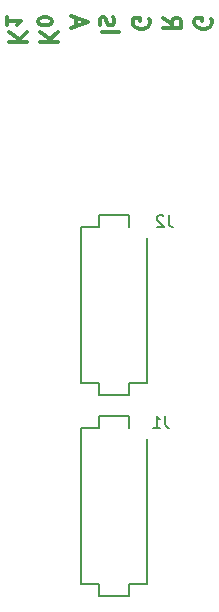
<source format=gbr>
%TF.GenerationSoftware,KiCad,Pcbnew,9.0.3*%
%TF.CreationDate,2025-09-30T16:22:14-04:00*%
%TF.ProjectId,eib-64-cnt-a64,6569622d-3634-42d6-936e-742d6136342e,A*%
%TF.SameCoordinates,Original*%
%TF.FileFunction,Legend,Bot*%
%TF.FilePolarity,Positive*%
%FSLAX46Y46*%
G04 Gerber Fmt 4.6, Leading zero omitted, Abs format (unit mm)*
G04 Created by KiCad (PCBNEW 9.0.3) date 2025-09-30 16:22:14*
%MOMM*%
%LPD*%
G01*
G04 APERTURE LIST*
%ADD10C,0.300000*%
%ADD11C,0.150000*%
%ADD12C,0.200000*%
G04 APERTURE END LIST*
D10*
X140016909Y-79705714D02*
X140088338Y-79848572D01*
X140088338Y-79848572D02*
X140088338Y-80062857D01*
X140088338Y-80062857D02*
X140016909Y-80277143D01*
X140016909Y-80277143D02*
X139874052Y-80420000D01*
X139874052Y-80420000D02*
X139731195Y-80491429D01*
X139731195Y-80491429D02*
X139445481Y-80562857D01*
X139445481Y-80562857D02*
X139231195Y-80562857D01*
X139231195Y-80562857D02*
X138945481Y-80491429D01*
X138945481Y-80491429D02*
X138802624Y-80420000D01*
X138802624Y-80420000D02*
X138659767Y-80277143D01*
X138659767Y-80277143D02*
X138588338Y-80062857D01*
X138588338Y-80062857D02*
X138588338Y-79920000D01*
X138588338Y-79920000D02*
X138659767Y-79705714D01*
X138659767Y-79705714D02*
X138731195Y-79634286D01*
X138731195Y-79634286D02*
X139231195Y-79634286D01*
X139231195Y-79634286D02*
X139231195Y-79920000D01*
X145250242Y-79705714D02*
X145321671Y-79848572D01*
X145321671Y-79848572D02*
X145321671Y-80062857D01*
X145321671Y-80062857D02*
X145250242Y-80277143D01*
X145250242Y-80277143D02*
X145107385Y-80420000D01*
X145107385Y-80420000D02*
X144964528Y-80491429D01*
X144964528Y-80491429D02*
X144678814Y-80562857D01*
X144678814Y-80562857D02*
X144464528Y-80562857D01*
X144464528Y-80562857D02*
X144178814Y-80491429D01*
X144178814Y-80491429D02*
X144035957Y-80420000D01*
X144035957Y-80420000D02*
X143893100Y-80277143D01*
X143893100Y-80277143D02*
X143821671Y-80062857D01*
X143821671Y-80062857D02*
X143821671Y-79920000D01*
X143821671Y-79920000D02*
X143893100Y-79705714D01*
X143893100Y-79705714D02*
X143964528Y-79634286D01*
X143964528Y-79634286D02*
X144464528Y-79634286D01*
X144464528Y-79634286D02*
X144464528Y-79920000D01*
X128121671Y-81664285D02*
X129621671Y-81664285D01*
X128121671Y-80807142D02*
X128978814Y-81449999D01*
X129621671Y-80807142D02*
X128764528Y-81664285D01*
X127955957Y-79607142D02*
X127955957Y-80292856D01*
X127955957Y-79949999D02*
X129155957Y-79949999D01*
X129155957Y-79949999D02*
X128984528Y-80064285D01*
X128984528Y-80064285D02*
X128870242Y-80178570D01*
X128870242Y-80178570D02*
X128813100Y-80292856D01*
X133783575Y-80348571D02*
X133783575Y-79634286D01*
X133355004Y-80491428D02*
X134855004Y-79991428D01*
X134855004Y-79991428D02*
X133355004Y-79491428D01*
X130738338Y-81664285D02*
X132238338Y-81664285D01*
X130738338Y-80807142D02*
X131595481Y-81449999D01*
X132238338Y-80807142D02*
X131381195Y-81664285D01*
X131772624Y-80007142D02*
X131772624Y-79892856D01*
X131772624Y-79892856D02*
X131715481Y-79778570D01*
X131715481Y-79778570D02*
X131658338Y-79721428D01*
X131658338Y-79721428D02*
X131544052Y-79664285D01*
X131544052Y-79664285D02*
X131315481Y-79607142D01*
X131315481Y-79607142D02*
X131029767Y-79607142D01*
X131029767Y-79607142D02*
X130801195Y-79664285D01*
X130801195Y-79664285D02*
X130686909Y-79721428D01*
X130686909Y-79721428D02*
X130629767Y-79778570D01*
X130629767Y-79778570D02*
X130572624Y-79892856D01*
X130572624Y-79892856D02*
X130572624Y-80007142D01*
X130572624Y-80007142D02*
X130629767Y-80121428D01*
X130629767Y-80121428D02*
X130686909Y-80178570D01*
X130686909Y-80178570D02*
X130801195Y-80235713D01*
X130801195Y-80235713D02*
X131029767Y-80292856D01*
X131029767Y-80292856D02*
X131315481Y-80292856D01*
X131315481Y-80292856D02*
X131544052Y-80235713D01*
X131544052Y-80235713D02*
X131658338Y-80178570D01*
X131658338Y-80178570D02*
X131715481Y-80121428D01*
X131715481Y-80121428D02*
X131772624Y-80007142D01*
X141205004Y-79634286D02*
X141919290Y-80134286D01*
X141205004Y-80491429D02*
X142705004Y-80491429D01*
X142705004Y-80491429D02*
X142705004Y-79920000D01*
X142705004Y-79920000D02*
X142633575Y-79777143D01*
X142633575Y-79777143D02*
X142562147Y-79705714D01*
X142562147Y-79705714D02*
X142419290Y-79634286D01*
X142419290Y-79634286D02*
X142205004Y-79634286D01*
X142205004Y-79634286D02*
X142062147Y-79705714D01*
X142062147Y-79705714D02*
X141990718Y-79777143D01*
X141990718Y-79777143D02*
X141919290Y-79920000D01*
X141919290Y-79920000D02*
X141919290Y-80491429D01*
X135971671Y-80878571D02*
X137471671Y-80878571D01*
X135863100Y-80292856D02*
X135805957Y-80121428D01*
X135805957Y-80121428D02*
X135805957Y-79835713D01*
X135805957Y-79835713D02*
X135863100Y-79721428D01*
X135863100Y-79721428D02*
X135920242Y-79664285D01*
X135920242Y-79664285D02*
X136034528Y-79607142D01*
X136034528Y-79607142D02*
X136148814Y-79607142D01*
X136148814Y-79607142D02*
X136263100Y-79664285D01*
X136263100Y-79664285D02*
X136320242Y-79721428D01*
X136320242Y-79721428D02*
X136377385Y-79835713D01*
X136377385Y-79835713D02*
X136434528Y-80064285D01*
X136434528Y-80064285D02*
X136491671Y-80178570D01*
X136491671Y-80178570D02*
X136548814Y-80235713D01*
X136548814Y-80235713D02*
X136663100Y-80292856D01*
X136663100Y-80292856D02*
X136777385Y-80292856D01*
X136777385Y-80292856D02*
X136891671Y-80235713D01*
X136891671Y-80235713D02*
X136948814Y-80178570D01*
X136948814Y-80178570D02*
X137005957Y-80064285D01*
X137005957Y-80064285D02*
X137005957Y-79778570D01*
X137005957Y-79778570D02*
X136948814Y-79607142D01*
D11*
X141633333Y-96354819D02*
X141633333Y-97069104D01*
X141633333Y-97069104D02*
X141680952Y-97211961D01*
X141680952Y-97211961D02*
X141776190Y-97307200D01*
X141776190Y-97307200D02*
X141919047Y-97354819D01*
X141919047Y-97354819D02*
X142014285Y-97354819D01*
X141204761Y-96450057D02*
X141157142Y-96402438D01*
X141157142Y-96402438D02*
X141061904Y-96354819D01*
X141061904Y-96354819D02*
X140823809Y-96354819D01*
X140823809Y-96354819D02*
X140728571Y-96402438D01*
X140728571Y-96402438D02*
X140680952Y-96450057D01*
X140680952Y-96450057D02*
X140633333Y-96545295D01*
X140633333Y-96545295D02*
X140633333Y-96640533D01*
X140633333Y-96640533D02*
X140680952Y-96783390D01*
X140680952Y-96783390D02*
X141252380Y-97354819D01*
X141252380Y-97354819D02*
X140633333Y-97354819D01*
X141333333Y-113354819D02*
X141333333Y-114069104D01*
X141333333Y-114069104D02*
X141380952Y-114211961D01*
X141380952Y-114211961D02*
X141476190Y-114307200D01*
X141476190Y-114307200D02*
X141619047Y-114354819D01*
X141619047Y-114354819D02*
X141714285Y-114354819D01*
X140333333Y-114354819D02*
X140904761Y-114354819D01*
X140619047Y-114354819D02*
X140619047Y-113354819D01*
X140619047Y-113354819D02*
X140714285Y-113497676D01*
X140714285Y-113497676D02*
X140809523Y-113592914D01*
X140809523Y-113592914D02*
X140904761Y-113640533D01*
D12*
%TO.C,J2*%
X134205000Y-97395000D02*
X135730000Y-97395000D01*
X134205000Y-110605000D02*
X134205000Y-97395000D01*
X134205000Y-110605000D02*
X135730000Y-110605000D01*
X135730000Y-96380000D02*
X138270000Y-96380000D01*
X135730000Y-97395000D02*
X135730000Y-96380000D01*
X135730000Y-110605000D02*
X135730000Y-111620000D01*
X135730000Y-111620000D02*
X138270000Y-111620000D01*
X138270000Y-97395000D02*
X138270000Y-96380000D01*
X138270000Y-110605000D02*
X138270000Y-111620000D01*
X139795000Y-110605000D02*
X138270000Y-110605000D01*
X139795000Y-110605000D02*
X139795000Y-98300000D01*
%TO.C,J1*%
X134205000Y-114395000D02*
X135730000Y-114395000D01*
X134205000Y-127605000D02*
X134205000Y-114395000D01*
X134205000Y-127605000D02*
X135730000Y-127605000D01*
X135730000Y-113380000D02*
X138270000Y-113380000D01*
X135730000Y-114395000D02*
X135730000Y-113380000D01*
X135730000Y-127605000D02*
X135730000Y-128620000D01*
X135730000Y-128620000D02*
X138270000Y-128620000D01*
X138270000Y-114395000D02*
X138270000Y-113380000D01*
X138270000Y-127605000D02*
X138270000Y-128620000D01*
X139795000Y-127605000D02*
X138270000Y-127605000D01*
X139795000Y-127605000D02*
X139795000Y-115300000D01*
%TD*%
M02*

</source>
